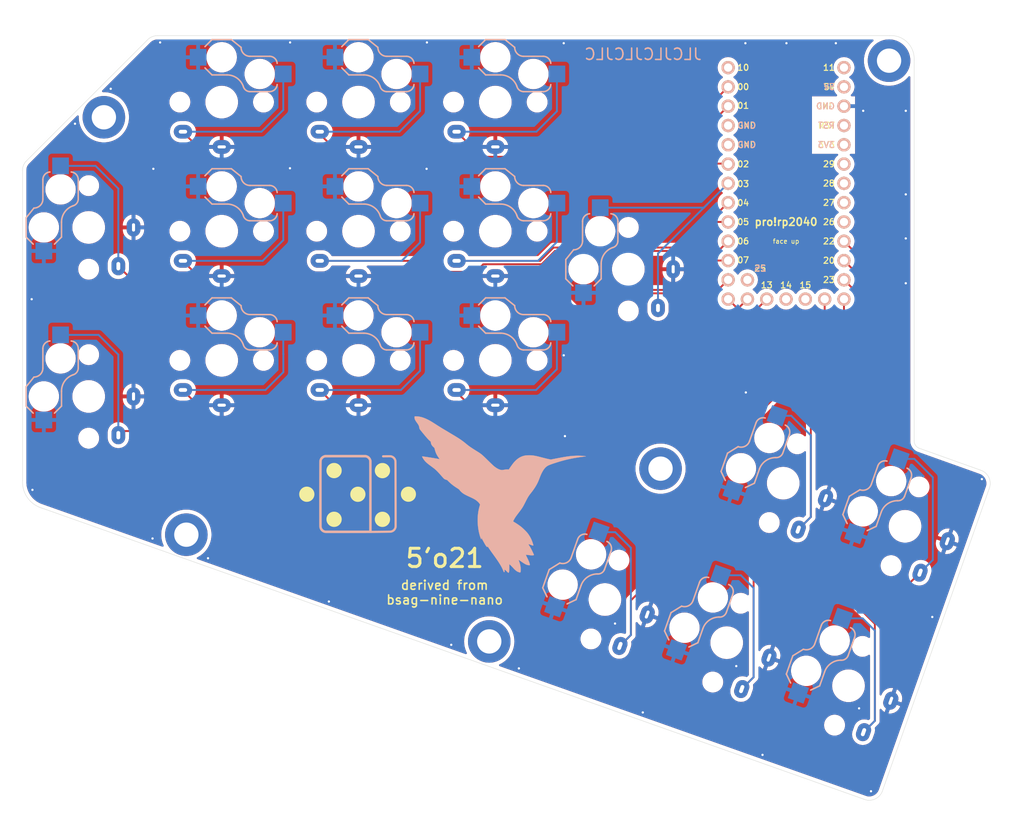
<source format=kicad_pcb>
(kicad_pcb (version 20211014) (generator pcbnew)
  (title_block (title "5o20 Nice RP2040") (date "2022-11-12") (rev "v1.17.0"))
  (layers (0 "F.Cu" signal) (31 "B.Cu" signal) (34 "B.Paste" user) (35 "F.Paste" user) (36 "B.SilkS" user "B.Silkscreen") (37 "F.SilkS" user "F.Silkscreen") (38 "B.Mask" user) (39 "F.Mask" user) (44 "Edge.Cuts" user))
  (net 0 "")
  (net 1 "GND")
  (net 2 "D14")
  (net 3 "D5")
  (net 4 "D6")
  (net 5 "D15")
  (net 6 "D21")
  (net 7 "D20")
  (net 8 "D19")
  (net 9 "D8")
  (net 10 "D7")
  (net 13 "D4")
  (net 14 "D9")
  (net 15 "D10")
  (net 16 "D11")
  (net 17 "D16")
  (net 18 "D17")
  (net 19 "D18")
  (net 20 "D12")
  (footprint "MountingHole:MountingHole_3.2mm_M3_DIN965_Pad" (layer "F.Cu") (at 89.367065 61.948849)
    (fp_text reference "REF**" hide)
    (fp_text value "MountingHole_3.2mm_M3_DIN965_Pad" hide)
  )
  (footprint "MountingHole:MountingHole_3.2mm_M3_DIN965_Pad" (layer "F.Cu") (at 140.067063 130.94885)
    (fp_text reference "REF**" hide)
    (fp_text value "MountingHole_3.2mm_M3_DIN965_Pad" hide)
  )
  (footprint "Matt1Library:Kailh_PG1350_bw_1u_both" (layer "F.Cu") (at 104.867062 59.948851 180)
    (fp_text reference "SW2")
    (fp_text value "SW_Push" hide)
  )
  (footprint "Matt1Library:Kailh_PG1350_bw_1u_both" (layer "F.Cu") (at 140.867063 59.948849 180)
    (fp_text reference "SW4")
    (fp_text value "SW_Push" hide)
  )
  (footprint "Matt1Library:Kailh_PG1350_bw_1.5u_both" (layer "F.Cu") (at 87.367063 98.698849 -90)
    (fp_text reference "SW8")
    (fp_text value "SW_Push" hide)
  )
  (footprint "Matt1Library:Kailh_PG1350_bw_1.5u_both" (layer "F.Cu") (at 171.309966 131.112964 -109.5)
    (fp_text reference "SW13")
    (fp_text value "SW_Push" hide)
  )
  (footprint "MountingHole:MountingHole_3.2mm_M3_DIN965_Pad" (layer "F.Cu") (at 162.605194 108.206177)
    (fp_text reference "REF**" hide)
    (fp_text value "MountingHole_3.2mm_M3_DIN965_Pad" hide)
  )
  (footprint "Matt1Library:Kailh_PG1350_bw_1u_both" (layer "F.Cu") (at 104.867062 93.948849 180)
    (fp_text reference "SW9")
    (fp_text value "SW_Push" hide)
  )
  (footprint "Matt1Library:Kailh_PG1350_bw_1u_both" (layer "F.Cu") (at 122.867064 76.948848 180)
    (fp_text reference "SW6")
    (fp_text value "SW_Push" hide)
  )
  (footprint "MountingHole:MountingHole_3.2mm_M3_DIN965_Pad" (layer "F.Cu") (at 100.217063 116.898849)
    (fp_text reference "REF**" hide)
    (fp_text value "MountingHole_3.2mm_M3_DIN965_Pad" hide)
  )
  (footprint "Matt1Library:Kailh_PG1350_bw_1u_both" (layer "F.Cu") (at 87.367063 76.448848 -90)
    (fp_text reference "SW1")
    (fp_text value "SW_Push" hide)
  )
  (footprint "MountingHole:MountingHole_3.2mm_M3_DIN965_Pad" (layer "F.Cu") (at 192.667063 54.498849)
    (fp_text reference "REF**" hide)
    (fp_text value "MountingHole_3.2mm_M3_DIN965_Pad" hide)
  )
  (footprint "Matt1Library:Kailh_PG1350_bw_1.5u_both" (layer "F.Cu") (at 158.367062 81.948848 -90)
    (fp_text reference "SW17")
    (fp_text value "SW_Push" hide)
  )
  (footprint "keeblib:OSHW-Symbol_6.7x6mm_mask" (layer "F.Cu") (at 189.5 96.95)
    (fp_text reference "REF**" hide)
    (fp_text value "OSHW-Symbol_6.7x6mm_mask" hide)
  )
  (footprint "Matt1Library:Kailh_PG1350_bw_1u_both" (layer "F.Cu") (at 140.867062 76.948848 180)
    (fp_text reference "SW7")
    (fp_text value "SW_Push" hide)
  )
  (footprint "footprints:nine-silk" (layer "F.Cu") (at 130.400109 111.710725)
    (fp_text reference "G***" hide)
    (fp_text value "LOGO" hide)
  )
  (footprint "Matt1Library:Kailh_PG1350_bw_1u_both" (layer "F.Cu") (at 140.867062 93.948849 180)
    (fp_text reference "SW11")
    (fp_text value "SW_Push" hide)
  )
  (footprint "Matt1Library:Kailh_PG1350_bw_1.5u_both" (layer "F.Cu") (at 187.334872 136.787681 -109.5)
    (fp_text reference "SW13")
    (fp_text value "SW_Push" hide)
  )
  (footprint "Matt1Library:Kailh_PG1350_bw_1u_both" (layer "F.Cu") (at 194.769249 115.793649 -109.5)
    (fp_text reference "SW15")
    (fp_text value "SW_Push" hide)
  )
  (footprint "Matt1Library:rp2040_pro_micro_2x13" (layer "F.Cu") (at 179.117062 70.648849)
    (fp_text reference "U1" hide)
    (fp_text value "nice_nano" hide)
  )
  (footprint "Matt1Library:Kailh_PG1350_bw_1u_both" (layer "F.Cu") (at 122.867061 93.948849 180)
    (fp_text reference "SW10")
    (fp_text value "SW_Push" hide)
  )
  (footprint "Matt1Library:Kailh_PG1350_bw_1u_both" (layer "F.Cu") (at 178.744343 110.118932 -109.5)
    (fp_text reference "SW15")
    (fp_text value "SW_Push" hide)
  )
  (footprint "Matt1Library:Kailh_PG1350_bw_1u_both" (layer "F.Cu") (at 122.867062 59.948849 180)
    (fp_text reference "SW3")
    (fp_text value "SW_Push" hide)
  )
  (footprint "Matt1Library:Kailh_PG1350_bw_1.5u_both" (layer "F.Cu") (at 155.285063 125.43825 -109.5)
    (fp_text reference "SW12")
    (fp_text value "SW_Push" hide)
  )
  (footprint "Matt1Library:Kailh_PG1350_bw_1u_both" (layer "F.Cu") (at 104.867064 76.948851 180)
    (fp_text reference "SW5")
    (fp_text value "SW_Push" hide)
  )
  (gr_poly (pts (xy 130.246469 101.373553) (xy 130.239651 101.414892) (xy 130.23582 101.455802) (xy 130.235119 101.496639) (xy 130.237675 101.537762) (xy 130.243636 101.579523) (xy 130.253137 101.622285) (xy 130.266307 101.666397) (xy 130.28329 101.712222) (xy 130.304222 101.760113) (xy 130.329235 101.810428) (xy 130.358475 101.863521) (xy 130.392072 101.919757) (xy 130.430167 101.97948) (xy 130.472891 102.043053) (xy 130.520386 102.110838) (xy 130.57279 102.183179) (xy 130.608495 102.232312) (xy 130.640996 102.278105) (xy 130.670465 102.320931) (xy 130.69709 102.361166) (xy 130.721044 102.399191) (xy 130.742516 102.43538) (xy 130.76168 102.470115) (xy 130.778723 102.503767) (xy 130.79382 102.536713) (xy 130.807159 102.56934) (xy 130.818913 102.602014) (xy 130.829268 102.635119) (xy 130.838402 102.669029) (xy 130.846503 102.704126) (xy 130.853738 102.740779) (xy 130.860302 102.779376) (xy 130.863109 102.796344) (xy 130.866209 102.813453) (xy 130.873174 102.847616) (xy 130.88092 102.880949) (xy 130.889184 102.912549) (xy 130.897698 102.9415) (xy 130.901963 102.954703) (xy 130.906192 102.966898) (xy 130.910346 102.977981) (xy 130.914392 102.98783) (xy 130.918303 102.996336) (xy 130.922039 103.003387) (xy 130.97145 103.072394) (xy 131.070618 103.199234) (xy 131.361908 103.558129) (xy 131.683296 103.943486) (xy 131.82008 104.103402) (xy 131.922163 104.218706) (xy 131.962371 104.262387) (xy 132.005369 104.307865) (xy 132.049814 104.353801) (xy 132.094362 104.398843) (xy 132.137671 104.441656) (xy 132.178396 104.480892) (xy 132.215193 104.515211) (xy 132.24672 104.543264) (xy 132.269795 104.562977) (xy 132.290185 104.580598) (xy 132.30806 104.596352) (xy 132.323585 104.610456) (xy 132.336931 104.623133) (xy 132.348263 104.634606) (xy 132.353228 104.639961) (xy 132.357751 104.645096) (xy 132.361854 104.650044) (xy 132.365561 104.654829) (xy 132.368891 104.659479) (xy 132.371862 104.664024) (xy 132.3745 104.668489) (xy 132.376825 104.672902) (xy 132.378854 104.677294) (xy 132.380609 104.681688) (xy 132.382117 104.686113) (xy 132.383393 104.690603) (xy 132.384459 104.695179) (xy 132.38534 104.69987) (xy 132.38605 104.704702) (xy 132.386613 104.709711) (xy 132.38739 104.720345) (xy 132.387832 104.732) (xy 132.3899 104.776363) (xy 132.394801 104.820188) (xy 132.402557 104.863503) (xy 132.413187 104.906348) (xy 132.426709 104.948761) (xy 132.443144 104.990773) (xy 132.462519 105.032428) (xy 132.484844 105.07375) (xy 132.510148 105.114789) (xy 132.53845 105.155573) (xy 132.569766 105.19614) (xy 132.604125 105.236526) (xy 132.641543 105.276767) (xy 132.68204 105.316901) (xy 132.725639 105.356961) (xy 132.772357 105.396984) (xy 132.796118 105.417742) (xy 132.806195 105.427289) (xy 132.815268 105.4367) (xy 132.823484 105.446286) (xy 132.830989 105.456362) (xy 132.83793 105.467237) (xy 132.844454 105.479226) (xy 132.850712 105.492642) (xy 132.856846 105.507798) (xy 132.863007 105.525003) (xy 132.869342 105.544573) (xy 132.883119 105.592056) (xy 132.899356 105.652751) (xy 132.924346 105.74591) (xy 132.949274 105.833396) (xy 132.974495 105.915941) (xy 133.000367 105.994282) (xy 133.027242 106.069151) (xy 133.055474 106.141277) (xy 133.085415 106.211402) (xy 133.117418 106.280253) (xy 133.151842 106.348567) (xy 133.189036 106.417076) (xy 133.22936 106.486519) (xy 133.273166 106.557623) (xy 133.320801 106.631126) (xy 133.372628 106.70776) (xy 133.490259 106.87336) (xy 133.499648 106.886596) (xy 133.507978 106.898556) (xy 133.515272 106.909286) (xy 133.52154 106.918834) (xy 133.524301 106.92318) (xy 133.526812 106.927245) (xy 133.529075 106.931038) (xy 133.531094 106.934565) (xy 133.532871 106.937829) (xy 133.53441 106.940841) (xy 133.535715 106.943601) (xy 133.536783 106.94612) (xy 133.537617 106.948399) (xy 133.538222 106.950447) (xy 133.538601 106.95227) (xy 133.538751 106.953871) (xy 133.538742 106.954592) (xy 133.538679 106.95526) (xy 133.538558 106.955873) (xy 133.538383 106.956436) (xy 133.538155 106.95695) (xy 133.537871 106.957416) (xy 133.53753 106.957826) (xy 133.537142 106.958193) (xy 133.536693 106.958509) (xy 133.536197 106.958779) (xy 133.535645 106.959004) (xy 133.53504 106.959181) (xy 133.533676 106.959404) (xy 133.5321 106.959454) (xy 133.530321 106.959335) (xy 133.52834 106.959054) (xy 133.526157 106.958615) (xy 133.523774 106.958028) (xy 133.369847 106.923897) (xy 133.089748 106.872505) (xy 132.328299 106.74614) (xy 131.593971 106.635317) (xy 131.347769 106.603359) (xy 131.274299 106.596326) (xy 131.241302 106.596428) (xy 131.239291 106.597547) (xy 131.237874 106.599556) (xy 131.23704 106.602426) (xy 131.236777 106.606133) (xy 131.237912 106.615933) (xy 131.241165 106.62873) (xy 131.246434 106.6443) (xy 131.253611 106.662411) (xy 131.262593 106.682834) (xy 131.273271 106.705349) (xy 131.299299 106.755731) (xy 131.330846 106.811734) (xy 131.367065 106.871542) (xy 131.407107 106.933331) (xy 131.442811 106.986375) (xy 131.479313 107.03786) (xy 131.516888 107.088048) (xy 131.555798 107.1372) (xy 131.59631 107.185575) (xy 131.63869 107.233438) (xy 131.683205 107.281047) (xy 131.730121 107.328662) (xy 131.7797 107.37655) (xy 131.832213 107.424964) (xy 131.887926 107.47417) (xy 131.947107 107.524429) (xy 132.010013 107.575996) (xy 132.076918 107.629142) (xy 132.223787 107.741193) (xy 132.700038 108.095734) (xy 132.813848 108.182653) (xy 132.922259 108.271159) (xy 133.028978 108.364834) (xy 133.137702 108.467253) (xy 133.252133 108.581992) (xy 133.375965 108.712629) (xy 133.512904 108.862733) (xy 133.666649 109.035889) (xy 133.811507 109.198333) (xy 133.940492 109.341924) (xy 134.039712 109.451115) (xy 134.073815 109.487957) (xy 134.095274 109.510375) (xy 134.111072 109.524578) (xy 134.128577 109.538692) (xy 134.147596 109.552618) (xy 134.167922 109.566264) (xy 134.189368 109.579544) (xy 134.211729 109.592354) (xy 134.234819 109.604607) (xy 134.258435 109.616208) (xy 134.282378 109.627063) (xy 134.30646 109.637086) (xy 134.330476 109.646175) (xy 134.354237 109.654242) (xy 134.377538 109.661193) (xy 134.400192 109.666931) (xy 134.422 109.671372) (xy 134.442761 109.674415) (xy 134.454024 109.676287) (xy 134.464825 109.678715) (xy 134.475405 109.681889) (xy 134.486004 109.685992) (xy 134.496856 109.691211) (xy 134.508215 109.697731) (xy 134.520304 109.705743) (xy 134.533377 109.715426) (xy 134.547673 109.72697) (xy 134.563424 109.74056) (xy 134.580877 109.756385) (xy 134.60027 109.774624) (xy 134.64584 109.81911) (xy 134.702054 109.875498) (xy 134.82798 109.998249) (xy 134.957734 110.116985) (xy 135.092323 110.232498) (xy 135.232763 110.345577) (xy 135.380065 110.456997) (xy 135.535242 110.567549) (xy 135.699305 110.678018) (xy 135.873276 110.789192) (xy 135.938529 110.830678) (xy 135.966824 110.849056) (xy 135.992502 110.866085) (xy 136.01576 110.881937) (xy 136.036798 110.896784) (xy 136.055824 110.91079) (xy 136.073036 110.924131) (xy 136.088633 110.936974) (xy 136.10282 110.94949) (xy 136.1158 110.961855) (xy 136.127771 110.974237) (xy 136.138936 110.986802) (xy 136.149496 110.999722) (xy 136.159649 111.013171) (xy 136.169607 111.027317) (xy 136.187667 111.052387) (xy 136.208578 111.079121) (xy 136.232052 111.107248) (xy 136.257803 111.136487) (xy 136.285535 111.166563) (xy 136.314965 111.1972) (xy 136.345795 111.22812) (xy 136.377746 111.25905) (xy 136.410523 111.289711) (xy 136.443835 111.319827) (xy 136.477398 111.349117) (xy 136.510922 111.377314) (xy 136.544107 111.404134) (xy 136.576679 111.429302) (xy 136.608341 111.452545) (xy 136.638802 111.473582) (xy 136.708398 111.519019) (xy 136.78118 111.56357) (xy 136.859502 111.608489) (xy 136.945717 111.655042) (xy 137.042188 111.704491) (xy 137.151268 111.758092) (xy 137.275311 111.81711) (xy 137.416677 111.882805) (xy 137.585394 111.960565) (xy 137.727923 112.027334) (xy 137.848495 112.085334) (xy 137.951353 112.136802) (xy 138.040737 112.183975) (xy 138.120882 112.229078) (xy 138.196024 112.274345) (xy 138.270399 112.322014) (xy 138.308859 112.347988) (xy 138.347985 112.376126) (xy 138.387489 112.406137) (xy 138.427082 112.43774) (xy 138.466479 112.470658) (xy 138.505391 112.504606) (xy 138.543536 112.539303) (xy 138.580622 112.574471) (xy 138.616364 112.609822) (xy 138.650478 112.645077) (xy 138.682675 112.679954) (xy 138.712664 112.714176) (xy 138.740165 112.747452) (xy 138.76489 112.77951) (xy 138.786549 112.810063) (xy 138.804855 112.838832) (xy 138.863068 112.937608) (xy 138.818968 113.076956) (xy 138.796046 113.152628) (xy 138.771535 113.240807) (xy 138.746322 113.337623) (xy 138.721293 113.439216) (xy 138.69734 113.54172) (xy 138.67535 113.641265) (xy 138.656212 113.733988) (xy 138.640815 113.816027) (xy 138.607649 114.030218) (xy 138.581535 114.248319) (xy 138.562402 114.469599) (xy 138.550194 114.69334) (xy 138.544853 114.918816) (xy 138.54631 115.145308) (xy 138.554507 115.372091) (xy 138.569379 115.598435) (xy 138.590865 115.823626) (xy 138.618905 116.046931) (xy 138.653435 116.267635) (xy 138.694393 116.485012) (xy 138.74172 116.698334) (xy 138.795348 116.906885) (xy 138.855221 117.109933) (xy 138.921275 117.306762) (xy 138.933408 117.340639) (xy 138.944112 117.370342) (xy 138.953515 117.396111) (xy 138.961761 117.418193) (xy 138.965491 117.427924) (xy 138.968981 117.43683) (xy 138.972252 117.444936) (xy 138.975318 117.452275) (xy 138.978195 117.458871) (xy 138.980903 117.464764) (xy 138.983459 117.469981) (xy 138.985875 117.474554) (xy 138.988174 117.478508) (xy 138.990373 117.481881) (xy 138.991438 117.483354) (xy 138.992488 117.484697) (xy 138.993519 117.485909) (xy 138.994534 117.486992) (xy 138.995537 117.487953) (xy 138.99653 117.488793) (xy 138.997513 117.489522) (xy 138.998491 117.490134) (xy 138.999467 117.490642) (xy 139.000437 117.491046) (xy 139.00141 117.49135) (xy 139.002386 117.491556) (xy 139.003363 117.491673) (xy 139.00435 117.491696) (xy 139.005346 117.491638) (xy 139.00635 117.491499) (xy 139.007369 117.491283) (xy 139.008404 117.490995) (xy 139.010529 117.490208) (xy 139.012733 117.48918) (xy 139.015045 117.487933) (xy 139.01748 117.4865) (xy 139.020052 117.484914) (xy 139.022865 117.482969) (xy 139.025352 117.480443) (xy 139.027528 117.477324) (xy 139.029396 117.473613) (xy 139.030959 117.469303) (xy 139.032237 117.464388) (xy 139.033227 117.458864) (xy 139.033941 117.452726) (xy 139.034386 117.445965) (xy 139.034571 117.438579) (xy 139.034505 117.430561) (xy 139.03419 117.421911) (xy 139.032857 117.402679) (xy 139.030635 117.380845) (xy 139.029104 117.370615) (xy 139.027819 117.361098) (xy 139.026776 117.352306) (xy 139.025977 117.344244) (xy 139.025413 117.336929) (xy 139.025085 117.330367) (xy 139.025009 117.327374) (xy 139.024988 117.32457) (xy 139.025027 117.321962) (xy 139.025123 117.31955) (xy 139.025274 117.317335) (xy 139.025484 117.315313) (xy 139.025747 117.313494) (xy 139.026069 117.311875) (xy 139.026446 117.310455) (xy 139.026877 117.309243) (xy 139.027363 117.308229) (xy 139.027906 117.307425) (xy 139.028501 117.306826) (xy 139.029149 117.306434) (xy 139.029497 117.306315) (xy 139.029853 117.30625) (xy 139.030612 117.30628) (xy 139.031419 117.306519) (xy 139.032283 117.306974) (xy 139.033196 117.307642) (xy 139.034163 117.308524) (xy 139.041801 117.319012) (xy 139.056238 117.34281) (xy 139.102293 117.424062) (xy 139.165874 117.539707) (xy 139.240539 117.67718) (xy 139.342105 117.864924) (xy 139.387918 117.948138) (xy 139.430624 118.024558) (xy 139.470363 118.094397) (xy 139.507282 118.157893) (xy 139.54153 118.215272) (xy 139.57325 118.26676) (xy 139.602598 118.312582) (xy 139.629713 118.35297) (xy 139.654746 118.388146) (xy 139.677844 118.418343) (xy 139.699154 118.443783) (xy 139.718824 118.4647) (xy 139.737 118.481315) (xy 139.745576 118.488083) (xy 139.753829 118.493861) (xy 139.761038 118.498198) (xy 139.76751 118.501955) (xy 139.773336 118.505121) (xy 139.776035 118.506482) (xy 139.778606 118.507694) (xy 139.781063 118.508754) (xy 139.783411 118.509667) (xy 139.78567 118.510427) (xy 139.787843 118.511036) (xy 139.789945 118.511493) (xy 139.79199 118.511793) (xy 139.793985 118.511944) (xy 139.79594 118.511939) (xy 139.797877 118.511777) (xy 139.799792 118.511463) (xy 139.801705 118.510989) (xy 139.803629 118.510361) (xy 139.80557 118.509575) (xy 139.807543 118.508629) (xy 139.809557 118.507525) (xy 139.811623 118.50626) (xy 139.813758 118.504837) (xy 139.815965 118.503252) (xy 139.820653 118.499597) (xy 139.825784 118.495294) (xy 139.83144 118.49033) (xy 139.835072 118.487107) (xy 139.838681 118.484059) (xy 139.842238 118.481198) (xy 139.845718 118.478536) (xy 139.849094 118.476076) (xy 139.852338 118.473836) (xy 139.85543 118.471822) (xy 139.85834 118.470047) (xy 139.861043 118.468518) (xy 139.863513 118.467252) (xy 139.865727 118.46625) (xy 139.867656 118.465526) (xy 139.868505 118.465273) (xy 139.869273 118.465095) (xy 139.869958 118.464991) (xy 139.870558 118.464961) (xy 139.871064 118.465013) (xy 139.871476 118.465142) (xy 139.871794 118.465349) (xy 139.872009 118.465636) (xy 139.890393 118.491764) (xy 139.93573 118.55824) (xy 140.080147 118.772555) (xy 140.186919 118.927583) (xy 140.328416 119.129082) (xy 140.486447 119.350748) (xy 140.64283 119.566303) (xy 140.899732 119.923747) (xy 141.123463 120.245374) (xy 141.317053 120.536198) (xy 141.403493 120.671632) (xy 141.483544 120.801244) (xy 141.557577 120.925675) (xy 141.625972 121.045541) (xy 141.689117 121.161475) (xy 141.747383 121.274108) (xy 141.801153 121.38406) (xy 141.850807 121.491962) (xy 141.896728 121.598445) (xy 141.939288 121.704136) (xy 141.945761 121.720988) (xy 141.951961 121.736511) (xy 141.957909 121.750734) (xy 141.963624 121.763695) (xy 141.969117 121.775426) (xy 141.974417 121.785963) (xy 141.976998 121.790791) (xy 141.979533 121.795332) (xy 141.982031 121.799593) (xy 141.984486 121.803577) (xy 141.98691 121.807285) (xy 141.989297 121.810724) (xy 141.991651 121.813895) (xy 141.993976 121.816809) (xy 141.996278 121.819464) (xy 141.998552 121.821864) (xy 142.000805 121.824019) (xy 142.003034 121.825925) (xy 142.005248 121.827596) (xy 142.007445 121.82903) (xy 142.009631 121.830228) (xy 142.011801 121.831203) (xy 142.013967 121.831954) (xy 142.016123 121.832482) (xy 142.018276 121.832797) (xy 142.020426 121.832903) (xy 142.025133 121.832723) (xy 142.029664 121.832198) (xy 142.034017 121.831322) (xy 142.038193 121.830096) (xy 142.042187 121.82852) (xy 142.046 121.8266) (xy 142.049635 121.824329) (xy 142.053086 121.821709) (xy 142.056353 121.818748) (xy 142.059433 121.815439) (xy 142.062333 121.811783) (xy 142.065043 121.807785) (xy 142.069903 121.798757) (xy 142.074006 121.788362) (xy 142.077343 121.7766) (xy 142.079906 121.76348) (xy 142.081688 121.749006) (xy 142.082686 121.733186) (xy 142.082885 121.716019) (xy 142.082284 121.697514) (xy 142.080868 121.677676) (xy 142.078633 121.65651) (xy 142.075134 121.619725) (xy 142.073383 121.588102) (xy 142.073583 121.561685) (xy 142.074488 121.550439) (xy 142.07596 121.54051) (xy 142.078033 121.5319) (xy 142.080726 121.524614) (xy 142.084071 121.518657) (xy 142.088091 121.514039) (xy 142.092817 121.510762) (xy 142.098273 121.508824) (xy 142.104487 121.508237) (xy 142.111485 121.509007) (xy 142.119297 121.511134) (xy 142.127944 121.514625) (xy 142.137458 121.519485) (xy 142.147863 121.525717) (xy 142.171456 121.542325) (xy 142.198935 121.564488) (xy 142.230521 121.592237) (xy 142.266424 121.625619) (xy 142.306857 121.664669) (xy 142.352036 121.709428) (xy 142.386871 121.744295) (xy 142.418718 121.775537) (xy 142.447726 121.803246) (xy 142.461215 121.81581) (xy 142.47405 121.827524) (xy 142.486253 121.838407) (xy 142.49784 121.848466) (xy 142.508835 121.857713) (xy 142.519252 121.866164) (xy 142.529113 121.873825) (xy 142.538435 121.880711) (xy 142.547242 121.886836) (xy 142.555546 121.892211) (xy 142.563368 121.896847) (xy 142.570732 121.900756) (xy 142.577653 121.903944) (xy 142.584149 121.906438) (xy 142.590242 121.908233) (xy 142.595949 121.909353) (xy 142.601292 121.909807) (xy 142.606285 121.909601) (xy 142.610951 121.908757) (xy 142.615306 121.907278) (xy 142.619374 121.905181) (xy 142.623169 121.902475) (xy 142.626713 121.899173) (xy 142.630024 121.89529) (xy 142.633119 121.890833) (xy 142.636021 121.885817) (xy 142.644084 121.868123) (xy 142.651716 121.846217) (xy 142.658907 121.820222) (xy 142.665653 121.790265) (xy 142.677728 121.718974) (xy 142.687837 121.633362) (xy 142.695882 121.534435) (xy 142.701757 121.423207) (xy 142.705356 121.300698) (xy 142.706581 121.167913) (xy 142.70658 120.790442) (xy 142.780662 120.841596) (xy 142.796949 120.853872) (xy 142.816528 120.870018) (xy 142.864501 120.912867) (xy 142.922482 120.968037) (xy 142.988357 121.033418) (xy 143.060024 121.1069) (xy 143.13537 121.18638) (xy 143.212284 121.269746) (xy 143.288661 121.354888) (xy 143.313502 121.382459) (xy 143.339625 121.410191) (xy 143.366872 121.437947) (xy 143.395075 121.465597) (xy 143.424074 121.49301) (xy 143.453707 121.520054) (xy 143.483808 121.546595) (xy 143.514219 121.572507) (xy 143.544776 121.597653) (xy 143.57531 121.621899) (xy 143.605665 121.645118) (xy 143.63568 121.667176) (xy 143.665187 121.687945) (xy 143.694024 121.707292) (xy 143.722028 121.725079) (xy 143.749037 121.74118) (xy 143.770445 121.752779) (xy 143.793456 121.764361) (xy 143.817774 121.775825) (xy 143.843102 121.787067) (xy 143.869142 121.797991) (xy 143.895601 121.808493) (xy 143.922178 121.818473) (xy 143.948579 121.82783) (xy 143.974501 121.836465) (xy 143.99965 121.844274) (xy 144.023731 121.851158) (xy 144.046446 121.857016) (xy 144.067496 121.861746) (xy 144.086585 121.865254) (xy 144.103416 121.86743) (xy 144.11769 121.868181) (xy 144.12895 121.86783) (xy 144.138977 121.866542) (xy 144.147863 121.863958) (xy 144.155696 121.859717) (xy 144.16257 121.853462) (xy 144.168572 121.84483) (xy 144.173792 121.833468) (xy 144.178324 121.81901) (xy 144.182258 121.8011) (xy 144.185679 121.77938) (xy 144.188682 121.753491) (xy 144.191361 121.72307) (xy 144.196091 121.647204) (xy 144.200594 121.548913) (xy 144.20271 121.478323) (xy 144.203052 121.409153) (xy 144.201547 121.341021) (xy 144.198112 121.273528) (xy 144.192674 121.206282) (xy 144.185153 121.138894) (xy 144.175471 121.070968) (xy 144.163552 121.00211) (xy 144.149319 120.93193) (xy 144.132693 120.860035) (xy 144.113595 120.786027) (xy 144.091948 120.709523) (xy 144.040708 120.547441) (xy 143.978344 120.370637) (xy 143.967538 120.340309) (xy 143.957729 120.311904) (xy 143.949071 120.286023) (xy 143.94174 120.26326) (xy 143.935899 120.24422) (xy 143.931712 120.229498) (xy 143.930288 120.223945) (xy 143.92934 120.219697) (xy 143.928888 120.216828) (xy 143.928855 120.215933) (xy 143.928955 120.215415) (xy 143.933059 120.215293) (xy 143.941286 120.218162) (xy 143.969414 120.23242) (xy 144.011926 120.257304) (xy 144.067421 120.291922) (xy 144.13449 120.33539) (xy 144.211728 120.386814) (xy 144.297732 120.445311) (xy 144.391092 120.509986) (xy 144.468134 120.563085) (xy 144.54133 120.61199) (xy 144.610937 120.656806) (xy 144.677203 120.697647) (xy 144.740377 120.734605) (xy 144.800714 120.767797) (xy 144.858459 120.797326) (xy 144.913863 120.823295) (xy 144.967187 120.845811) (xy 145.018668 120.864985) (xy 145.068567 120.880913) (xy 145.117127 120.89371) (xy 145.164603 120.903479) (xy 145.211243 120.910327) (xy 145.257301 120.914358) (xy 145.303024 120.915679) (xy 145.322119 120.915631) (xy 145.33913 120.915472) (xy 145.354152 120.915168) (xy 145.360954 120.914947) (xy 145.367296 120.914685) (xy 145.373196 120.914368) (xy 145.37866 120.913998) (xy 145.383711 120.913568) (xy 145.38835 120.913074) (xy 145.392601 120.912511) (xy 145.396472 120.91188) (xy 145.399976 120.911171) (xy 145.403124 120.910386) (xy 145.405932 120.909517) (xy 145.408413 120.908561) (xy 145.410577 120.907516) (xy 145.412439 120.906378) (xy 145.414014 120.905136) (xy 145.414696 120.904479) (xy 145.41531 120.903796) (xy 145.415858 120.903088) (xy 145.416343 120.902354) (xy 145.416766 120.901588) (xy 145.417126 120.900797) (xy 145.417429 120.899974) (xy 145.417671 120.899125) (xy 145.41799 120.897341) (xy 145.418099 120.895428) (xy 145.418006 120.893396) (xy 145.417733 120.89123) (xy 145.417281 120.888935) (xy 145.416671 120.886501) (xy 145.415914 120.883927) (xy 145.404228 120.831893) (xy 145.385926 120.748107) (xy 145.370518 120.679945) (xy 145.350292 120.607933) (xy 145.324567 120.530386) (xy 145.292663 120.4456) (xy 145.253895 120.351887) (xy 145.207581 120.24755) (xy 145.153043 120.13089) (xy 145.089594 120.000221) (xy 145.020855 119.859934) (xy 144.96171 119.736517) (xy 144.918443 119.643529) (xy 144.904725 119.612682) (xy 144.89733 119.594527) (xy 144.893944 119.585191) (xy 144.891095 119.576983) (xy 144.888811 119.569829) (xy 144.887131 119.563659) (xy 144.886529 119.560917) (xy 144.886095 119.558395) (xy 144.885827 119.556083) (xy 144.885734 119.553969) (xy 144.885818 119.552046) (xy 144.886086 119.55031) (xy 144.886541 119.548743) (xy 144.887188 119.547342) (xy 144.888031 119.546094) (xy 144.889074 119.544992) (xy 144.890324 119.54403) (xy 144.891782 119.543193) (xy 144.893458 119.542476) (xy 144.895348 119.541869) (xy 144.897467 119.541362) (xy 144.89981 119.540946) (xy 144.902388 119.540615) (xy 144.9052 119.540355) (xy 144.911562 119.540023) (xy 144.918918 119.539877) (xy 144.927314 119.539843) (xy 144.941116 119.540407) (xy 144.961986 119.542022) (xy 145.020803 119.548002) (xy 145.095489 119.55696) (xy 145.177789 119.568068) (xy 145.299293 119.583699) (xy 145.406679 119.596234) (xy 145.501207 119.605709) (xy 145.584143 119.612166) (xy 145.621657 119.614273) (xy 145.65674 119.615644) (xy 145.689561 119.616282) (xy 145.720266 119.61619) (xy 145.74902 119.615373) (xy 145.775977 119.613839) (xy 145.801295 119.611594) (xy 145.825133 119.608636) (xy 145.848526 119.605261) (xy 145.870724 119.601801) (xy 145.891179 119.598343) (xy 145.909363 119.594968) (xy 145.924733 119.591757) (xy 145.931197 119.590238) (xy 145.936756 119.588792) (xy 145.941345 119.58743) (xy 145.944894 119.586163) (xy 145.947337 119.584995) (xy 145.948123 119.584453) (xy 145.948607 119.583944) (xy 145.950113 119.581242) (xy 145.950568 119.576877) (xy 145.949829 119.570511) (xy 145.947751 119.561811) (xy 145.939028 119.536038) (xy 145.923251 119.496848) (xy 145.899289 119.441539) (xy 145.866007 119.367396) (xy 145.766926 119.151788) (xy 145.708421 119.028716) (xy 145.64847 118.907685) (xy 145.587775 118.789919) (xy 145.527037 118.676642) (xy 145.466962 118.569072) (xy 145.408251 118.46842) (xy 145.351605 118.375918) (xy 145.29773 118.292777) (xy 145.288413 118.279081) (xy 145.279657 118.265812) (xy 145.271482 118.253023) (xy 145.263914 118.240766) (xy 145.25698 118.229102) (xy 145.250696 118.218082) (xy 145.245092 118.20776) (xy 145.240186 118.198186) (xy 145.236004 118.18942) (xy 145.23257 118.181517) (xy 145.229903 118.174524) (xy 145.228029 118.168502) (xy 145.2274 118.165874) (xy 145.226974 118.163505) (xy 145.226763 118.161407) (xy 145.226762 118.159585) (xy 145.226973 118.158044) (xy 145.227409 118.156795) (xy 145.228062 118.155842) (xy 145.228942 118.155189) (xy 145.234983 118.152382) (xy 145.242547 118.150579) (xy 145.251667 118.149792) (xy 145.262372 118.150038) (xy 145.274702 118.151328) (xy 145.288689 118.153673) (xy 145.304366 118.157091) (xy 145.321765 118.161588) (xy 145.361871 118.173882) (xy 145.40927 118.190667) (xy 145.464236 118.212034) (xy 145.527036 118.238094) (xy 145.562413 118.252428) (xy 145.599053 118.266126) (xy 145.635899 118.278868) (xy 145.671898 118.290349) (xy 145.705993 118.300263) (xy 145.737131 118.308294) (xy 145.764264 118.314134) (xy 145.775992 118.316133) (xy 145.786327 118.31747) (xy 145.879815 118.328055) (xy 145.844538 118.197526) (xy 145.813814 118.088577) (xy 145.781143 117.981926) (xy 145.746487 117.877487) (xy 145.709791 117.775156) (xy 145.671024 117.674843) (xy 145.630133 117.576446) (xy 145.587076 117.479875) (xy 145.541811 117.385035) (xy 145.494292 117.291825) (xy 145.444476 117.200154) (xy 145.392318 117.109924) (xy 145.337776 117.021039) (xy 145.28081 116.933407) (xy 145.221364 116.846925) (xy 145.159403 116.761507) (xy 145.094884 116.677054) (xy 145.063225 116.638675) (xy 145.024412 116.594247) (xy 144.928968 116.490854) (xy 144.815833 116.374064) (xy 144.692276 116.251074) (xy 144.565581 116.129076) (xy 144.443018 116.015264) (xy 144.331863 115.916833) (xy 144.282842 115.875631) (xy 144.239398 115.84097) (xy 144.150778 115.773574) (xy 144.05 115.7) (xy 143.940625 115.622659) (xy 143.82621 115.543974) (xy 143.710302 115.466369) (xy 143.596461 115.392252) (xy 143.488244 115.324048) (xy 143.389203 115.264177) (xy 143.371877 115.253586) (xy 143.355011 115.24302) (xy 143.338699 115.232543) (xy 143.323033 115.222232) (xy 143.308096 115.212147) (xy 143.293983 115.202355) (xy 143.280787 115.192924) (xy 143.268597 115.183923) (xy 143.257502 115.175418) (xy 143.247593 115.167475) (xy 143.238961 115.160164) (xy 143.231694 115.15355) (xy 143.225887 115.147702) (xy 143.223557 115.145085) (xy 143.221624 115.142684) (xy 143.220104 115.140508) (xy 143.219001 115.138567) (xy 143.218335 115.136866) (xy 143.218106 115.135414) (xy 143.220079 115.124) (xy 143.225783 115.106695) (xy 143.247103 115.056785) (xy 143.279501 114.990464) (xy 143.320411 114.912504) (xy 143.36728 114.827682) (xy 143.417538 114.740773) (xy 143.46862 114.65655) (xy 143.517969 114.579789) (xy 143.548202 114.5356) (xy 143.587534 114.479938) (xy 143.68686 114.343209) (xy 143.802726 114.187627) (xy 143.921899 114.031219) (xy 144.087259 113.81518) (xy 144.221181 113.63575) (xy 144.332076 113.479597) (xy 144.381517 113.406078) (xy 144.428357 113.33338) (xy 144.473646 113.259838) (xy 144.518436 113.183779) (xy 144.610723 113.017453) (xy 144.713641 112.821072) (xy 144.835593 112.581305) (xy 144.947627 112.359772) (xy 145.042962 112.176934) (xy 145.086223 112.097027) (xy 145.127545 112.023199) (xy 145.167665 111.954247) (xy 145.207332 111.888977) (xy 145.247291 111.826188) (xy 145.288279 111.76468) (xy 145.331047 111.703254) (xy 145.376336 111.640711) (xy 145.477457 111.507482) (xy 145.597594 111.355402) (xy 145.759623 111.145939) (xy 145.910902 110.937112) (xy 146.051268 110.729238) (xy 146.117308 110.625755) (xy 146.18056 110.522626) (xy 146.240996 110.419887) (xy 146.2986 110.317586) (xy 146.353355 110.21575) (xy 146.405233 110.114423) (xy 146.45422 110.013645) (xy 146.50029 109.913453) (xy 146.543425 109.813888) (xy 146.583607 109.714986) (xy 146.765287 109.247556) (xy 146.814566 109.125431) (xy 146.864513 109.00843) (xy 146.915129 108.896545) (xy 146.966426 108.78977) (xy 147.018403 108.688099) (xy 147.071069 108.591531) (xy 147.124423 108.500059) (xy 147.178481 108.413675) (xy 147.233235 108.332378) (xy 147.2887 108.25616) (xy 147.344879 108.185015) (xy 147.401777 108.11894) (xy 147.459396 108.057932) (xy 147.517745 108.001981) (xy 147.576828 107.951083) (xy 147.636649 107.905236) (xy 147.719068 107.850761) (xy 147.80984 107.799179) (xy 147.916321 107.747601) (xy 148.045871 107.693126) (xy 148.205849 107.632864) (xy 148.403609 107.56392) (xy 148.646517 107.483403) (xy 148.941925 107.388414) (xy 149.385779 107.252186) (xy 149.816816 107.130694) (xy 150.243551 107.022144) (xy 150.674505 106.924733) (xy 151.118193 106.836666) (xy 151.583128 106.756145) (xy 152.07783 106.681367) (xy 152.610814 106.610542) (xy 152.64261 106.606507) (xy 152.672691 106.60241) (xy 152.700328 106.598354) (xy 152.724806 106.594443) (xy 152.745399 106.590783) (xy 152.76138 106.587474) (xy 152.767418 106.58598) (xy 152.77203 106.584613) (xy 152.775128 106.583392) (xy 152.776082 106.582834) (xy 152.77662 106.582317) (xy 152.776931 106.581986) (xy 152.7772 106.581658) (xy 152.777426 106.581327) (xy 152.777614 106.581003) (xy 152.777757 106.580679) (xy 152.777862 106.580358) (xy 152.777922 106.580039) (xy 152.777942 106.579727) (xy 152.777924 106.579422) (xy 152.777861 106.579117) (xy 152.777759 106.578823) (xy 152.777613 106.578535) (xy 152.777428 106.578257) (xy 152.7772 106.577985) (xy 152.776931 106.57772) (xy 152.776622 106.577468) (xy 152.776268 106.577225) (xy 152.775877 106.576995) (xy 152.775443 106.576774) (xy 152.774968 106.576565) (xy 152.773891 106.576187) (xy 152.772653 106.575871) (xy 152.771245 106.57561) (xy 152.769673 106.575423) (xy 152.767939 106.575303) (xy 152.766034 106.575264) (xy 152.744401 106.573113) (xy 152.697467 106.567325) (xy 152.556135 106.548805) (xy 152.431273 106.533024) (xy 152.294113 106.520115) (xy 152.14757 106.51014) (xy 151.994557 106.503162) (xy 151.837986 106.499245) (xy 151.680777 106.49845) (xy 151.525843 106.500837) (xy 151.376092 106.50647) (xy 151.116164 106.521952) (xy 150.855387 106.544341) (xy 150.582498 106.575242) (xy 150.28623 106.616271) (xy 149.95532 106.669045) (xy 149.578497 106.73517) (xy 148.642067 106.913929) (xy 148.183454 107.003886) (xy 147.998247 106.973901) (xy 147.841728 106.942702) (xy 147.592772 106.884385) (xy 147.209209 106.788362) (xy 146.648871 106.644052) (xy 146.532422 106.61441) (xy 146.415459 106.58648) (xy 146.29928 106.560493) (xy 146.18519 106.536677) (xy 146.074489 106.515259) (xy 145.968478 106.496469) (xy 145.868466 106.480526) (xy 145.775746 106.467666) (xy 145.673317 106.45748) (xy 145.552947 106.450686) (xy 145.421164 106.447201) (xy 145.284504 106.446938) (xy 145.149497 106.449817) (xy 145.022676 106.455758) (xy 144.910574 106.464673) (xy 144.86208 106.470224) (xy 144.819719 106.476484) (xy 144.705673 106.498186) (xy 144.594285 106.524984) (xy 144.485397 106.556981) (xy 144.378856 106.594281) (xy 144.274505 106.636971) (xy 144.172192 106.685155) (xy 144.07176 106.73893) (xy 143.973052 106.798393) (xy 143.875915 106.863648) (xy 143.780196 106.934784) (xy 143.685736 107.011907) (xy 143.592381 107.095113) (xy 143.499978 107.184499) (xy 143.40837 107.280164) (xy 143.317406 107.382204) (xy 143.226927 107.490721) (xy 143.164172 107.571794) (xy 143.088048 107.673642) (xy 142.917587 107.908985) (xy 142.834202 108.027137) (xy 142.759358 108.135393) (xy 142.698529 108.22608) (xy 142.657193 108.291529) (xy 142.653556 108.297252) (xy 142.649918 108.302523) (xy 142.646287 108.30734) (xy 142.642666 108.3117) (xy 142.640859 108.313712) (xy 142.639054 108.315607) (xy 142.637251 108.317389) (xy 142.635455 108.319061) (xy 142.633662 108.320614) (xy 142.631872 108.322057) (xy 142.630085 108.323384) (xy 142.628307 108.324598) (xy 142.626533 108.3257) (xy 142.624762 108.326686) (xy 142.622997 108.327562) (xy 142.621241 108.328319) (xy 142.619489 108.328967) (xy 142.617743 108.329499) (xy 142.616009 108.329918) (xy 142.614277 108.330222) (xy 142.612558 108.330413) (xy 142.610842 108.33049) (xy 142.609136 108.330455) (xy 142.60744 108.330306) (xy 142.605751 108.33004) (xy 142.604072 108.329664) (xy 142.602405 108.329173) (xy 142.600747 108.328567) (xy 142.583905 108.322758) (xy 142.564485 108.3179) (xy 142.542522 108.313983) (xy 142.518035 108.311009) (xy 142.491062 108.308981) (xy 142.461623 108.307887) (xy 142.395472 108.308505) (xy 142.319815 108.312841) (xy 142.234877 108.320878) (xy 142.140884 108.332597) (xy 142.038064 108.347971) (xy 141.941278 108.364221) (xy 141.901261 108.370694) (xy 141.86603 108.37611) (xy 141.834998 108.380502) (xy 141.807568 108.383905) (xy 141.783146 108.386354) (xy 141.761136 108.387879) (xy 141.740945 108.388513) (xy 141.721978 108.388297) (xy 141.70364 108.387254) (xy 141.685342 108.385425) (xy 141.666484 108.382845) (xy 141.646476 108.379539) (xy 141.600621 108.370902) (xy 141.550522 108.359854) (xy 141.500046 108.346528) (xy 141.449107 108.330869) (xy 141.397609 108.312832) (xy 141.345472 108.292364) (xy 141.292608 108.269421) (xy 141.238928 108.243949) (xy 141.184341 108.215902) (xy 141.128767 108.185226) (xy 141.072107 108.151879) (xy 141.014285 108.115809) (xy 140.955202 108.076964) (xy 140.89478 108.035303) (xy 140.832924 107.990767) (xy 140.769549 107.943312) (xy 140.704564 107.892887) (xy 140.658582 107.853493) (xy 140.589031 107.790388) (xy 140.392799 107.606036) (xy 140.142988 107.365788) (xy 139.866721 107.095612) (xy 139.609497 106.842288) (xy 139.402374 106.641985) (xy 139.313107 106.55803) (xy 139.230974 106.482903) (xy 139.154171 106.415128) (xy 139.080905 106.353234) (xy 139.009375 106.295741) (xy 138.937783 106.241174) (xy 138.864331 106.18806) (xy 138.787219 106.134928) (xy 138.704649 106.080289) (xy 138.614828 106.022679) (xy 138.406221 105.892636) (xy 138.192521 105.759489) (xy 138.001351 105.638389) (xy 137.830935 105.528163) (xy 137.679497 105.427633) (xy 137.545255 105.335617) (xy 137.426433 105.250941) (xy 137.321252 105.172423) (xy 137.227941 105.098887) (xy 137.007015 104.920293) (xy 136.778151 104.733762) (xy 136.723556 104.691053) (xy 136.659222 104.642122) (xy 136.510697 104.532459) (xy 136.351261 104.418495) (xy 136.273287 104.36419) (xy 136.199595 104.313957) (xy 135.946668 104.15041) (xy 135.574515 103.921053) (xy 134.045888 103.006916) (xy 133.846787 102.886307) (xy 133.610643 102.740569) (xy 133.36723 102.588211) (xy 133.146303 102.447761) (xy 132.921679 102.303866) (xy 132.729776 102.182271) (xy 132.565284 102.079816) (xy 132.422887 101.993341) (xy 132.297274 101.919681) (xy 132.183138 101.855676) (xy 132.075155 101.79816) (xy 131.968023 101.743973) (xy 131.793337 101.66034) (xy 131.708262 101.622225) (xy 131.624562 101.586545) (xy 131.542119 101.553262) (xy 131.460831 101.52234) (xy 131.380584 101.493759) (xy 131.301275 101.467482) (xy 131.222792 101.443476) (xy 131.145023 101.421716) (xy 131.06787 101.402167) (xy 130.991217 101.384802) (xy 130.914957 101.369581) (xy 130.838977 101.356481) (xy 130.763174 101.345469) (xy 130.68744 101.336513) (xy 130.626807 101.331304) (xy 130.554267 101.32659) (xy 130.479083 101.32287) (xy 130.410513 101.320639) (xy 130.25705 101.318876)) (layer "B.SilkS") (width 0.025) (fill solid))
  (gr_arc (start 196.575 105.5) (mid 196.120015 105.091811) (end 195.967063 104.5) (layer "Edge.Cuts") (width 0.05))
  (gr_line locked (start 79.117062 67.748849) (end 95.017062 51.848849) (layer "Edge.Cuts") (width 0.05))
  (gr_line locked (start 78.667063 109.773849) (end 78.667062 68.998849) (layer "Edge.Cuts") (width 0.05))
  (gr_line locked (start 96.467064 51.19885) (end 192.767062 51.198848) (layer "Edge.Cuts") (width 0.05))
  (gr_arc locked (start 191.766969 150.723565) (mid 190.735295 151.733515) (end 189.291968 151.698565) (layer "Edge.Cuts") (width 0.05))
  (gr_line locked (start 189.291968 151.698565) (end 81.217061 113.39885) (layer "Edge.Cuts") (width 0.05))
  (gr_arc locked (start 78.667062 68.998849) (mid 78.76606 68.328491) (end 79.117062 67.748849) (layer "Edge.Cuts") (width 0.05))
  (gr_arc locked (start 81.217061 113.39885) (mid 79.313152 112.028743) (end 78.667063 109.773849) (layer "Edge.Cuts") (width 0.05))
  (gr_line locked (start 195.967064 54.39885) (end 195.967063 104.5) (layer "Edge.Cuts") (width 0.05))
  (gr_line (start 196.575 105.5) (end 204.75031 108.418321) (layer "Edge.Cuts") (width 0.05))
  (gr_line (start 205.815324 110.911649) (end 191.766969 150.723565) (layer "Edge.Cuts") (width 0.05))
  (gr_arc locked (start 192.767062 51.198848) (mid 195.080546 52.085362) (end 195.967064 54.39885) (layer "Edge.Cuts") (width 0.05))
  (gr_arc locked (start 204.75031 108.418321) (mid 205.830217 109.43117) (end 205.815324 110.911649) (layer "Edge.Cuts") (width 0.05))
  (gr_arc locked (start 95.017062 51.848849) (mid 95.670457 51.364127) (end 96.467064 51.19885) (layer "Edge.Cuts") (width 0.05))
  (gr_text "JLCJLCJLCJLC" (at 160.3 53.65) (layer "B.SilkS") (effects (font (size 1.5 1.5) (thickness 0.2)) (justify mirror)))
  (gr_text "5'o21" (at 134.2 120) (layer "F.SilkS") (effects (font (size 2.4 2.4) (thickness 0.4))))
  (gr_text "derived from\nbsag-nine-nano" (at 134.2 124.510725) (layer "F.SilkS") (effects (font (size 1.2 1.2) (thickness 0.2))))
  (segment (start 189.267064 61.098849) (end 194.867063 61.098849) (width 0.5) (layer "F.Cu") (net 1))
  (via locked (at 131.867062 52.09885) (size 0.7) (drill 0.3) (layers "F.Cu" "B.Cu") (net 1))
  (via locked (at 194.867063 77.898849) (size 0.7) (drill 0.3) (layers "F.Cu" "B.Cu") (net 1))
  (via locked (at 118.967062 125.698849) (size 0.7) (drill 0.3) (layers "F.Cu" "B.Cu") (net 1))
  (via locked (at 185.667063 52.198849) (size 0.7) (drill 0.3) (layers "F.Cu" "B.Cu") (net 1))
  (via (at 149.867062 93.285725) (size 0.7) (drill 0.3) (layers "F.Cu" "B.Cu") (net 1))
  (via locked (at 194.867062 72.09885) (size 0.7) (drill 0.3) (layers "F.Cu" "B.Cu") (net 1))
  (via locked (at 173.767063 52.198848) (size 0.7) (drill 0.3) (layers "F.Cu" "B.Cu") (net 1))
  (via locked (at 135.067063 131.398851) (size 0.7) (drill 0.3) (layers "F.Cu" "B.Cu") (net 1))
  (via locked (at 90.267062 58.198848) (size 0.7) (drill 0.3) (layers "F.Cu" "B.Cu") (net 1))
  (via locked (at 95.767064 117.398849) (size 0.7) (drill 0.3) (layers "F.Cu" "B.Cu") (net 1))
  (via locked (at 189.267064 61.098849) (size 0.7) (drill 0.3) (layers "F.Cu" "B.Cu") (net 1))
  (via locked (at 79.967061 110.998851) (size 0.7) (drill 0.3) (layers "F.Cu" "B.Cu") (net 1))
  (via locked (at 143.967063 134.498849) (size 0.7) (drill 0.3) (layers "F.Cu" "B.Cu") (net 1))
  (via locked (at 204.880194 109.581176) (size 0.7) (drill 0.3) (layers "F.Cu" "B.Cu") (net 1))
  (via locked (at 160.267063 140.298849) (size 0.7) (drill 0.3) (layers "F.Cu" "B.Cu") (net 1))
  (via (at 131.825109 68.735726) (size 0.7) (drill 0.3) (layers "F.Cu" "B.Cu") (net 1))
  (via locked (at 194.867063 61.098849) (size 0.7) (drill 0.3) (layers "F.Cu" "B.Cu") (net 1))
  (via locked (at 190.291969 150.673566) (size 0.7) (drill 0.3) (layers "F.Cu" "B.Cu") (net 1))
  (via (at 176.020049 145.887014) (size 0.7) (drill 0.3) (layers "F.Cu" "B.Cu") (net 1))
  (via (at 113.850109 68.660726) (size 0.7) (drill 0.3) (layers "F.Cu" "B.Cu") (net 1))
  (via locked (at 156.617063 128.598851) (size 0.7) (drill 0.3) (layers "F.Cu" "B.Cu") (net 1))
  (via (at 173.825 98.175) (size 0.7) (drill 0.3) (layers "F.Cu" "B.Cu") (net 1))
  (via locked (at 172.567063 134.198851) (size 0.7) (drill 0.3) (layers "F.Cu" "B.Cu") (net 1))
  (via locked (at 194.867061 83.798849) (size 0.7) (drill 0.3) (layers "F.Cu" "B.Cu") (net 1))
  (via locked (at 113.867062 52.098849) (size 0.7) (drill 0.3) (layers "F.Cu" "B.Cu") (net 1))
  (via locked (at 179.167064 52.19885) (size 0.7) (drill 0.3) (layers "F.Cu" "B.Cu") (net 1))
  (via locked (at 149.867064 52.198849) (size 0.7) (drill 0.3) (layers "F.Cu" "B.Cu") (net 1))
  (via locked (at 103.067063 119.998849) (size 0.7) (drill 0.3) (layers "F.Cu" "B.Cu") (net 1))
  (via locked (at 85.567063 62.798848) (size 0.7) (drill 0.3) (layers "F.Cu" "B.Cu") (net 1))
  (via (at 150.025 103.925) (size 0.7) (drill 0.3) (layers "F.Cu" "B.Cu") (net 1))
  (via (at 188.725109 139.760725) (size 0.7) (drill 0.3) (layers "F.Cu" "B.Cu") (net 1))
  (via locked (at 79.867063 85.898849) (size 0.7) (drill 0.3) (layers "F.Cu" "B.Cu") (net 1))
  (via (at 95.875109 68.735725) (size 0.7) (drill 0.3) (layers "F.Cu" "B.Cu") (net 1))
  (via (at 198.355194 127.731176) (size 0.7) (drill 0.3) (layers "F.Cu" "B.Cu") (net 1))
  (via locked (at 96.767064 52.098849) (size 0.7) (drill 0.3) (layers "F.Cu" "B.Cu") (net 1))
  (segment locked (start 186.737064 60.482849) (end 188.651064 60.482848) (width 0.5) (layer "B.Cu") (net 1))
  (segment locked (start 188.651064 60.482848) (end 189.267064 61.098849) (width 0.5) (layer "B.Cu") (net 1))
  (segment (start 167.985763 115.008555) (end 167.985763 107.213675) (width 0.25) (layer "F.Cu") (net 2))
  (segment (start 167.985763 107.213675) (end 186.737062 88.462377) (width 0.25) (layer "F.Cu") (net 2))
  (segment (start 186.737062 88.462377) (end 186.737061 85.888849) (width 0.25) (layer "F.Cu") (net 2))
  (segment (start 174.85 121.872792) (end 167.985763 115.008555) (width 0.25) (layer "F.Cu") (net 2))
  (segment (start 173.283853 137.222282) (end 174.85 135.656135) (width 0.25) (layer "F.Cu") (net 2))
  (segment (start 174.85 135.656135) (end 174.85 121.872792) (width 0.25) (layer "F.Cu") (net 2))
  (segment (start 174.85 123.925) (end 174.85 135.656135) (width 0.25) (layer "B.Cu") (net 2))
  (segment (start 173.167483 122.242483) (end 174.85 123.925) (width 0.25) (layer "B.Cu") (net 2))
  (segment (start 170.526028 122.242483) (end 173.167483 122.242483) (width 0.25) (layer "B.Cu") (net 2))
  (segment (start 174.85 135.656135) (end 173.283853 137.222282) (width 0.25) (layer "B.Cu") (net 2))
  (segment (start 165.766307 79.55) (end 169.587459 75.728849) (width 0.25) (layer "F.Cu") (net 3))
  (segment (start 146.962548 81.298848) (end 148.711396 79.55) (width 0.25) (layer "F.Cu") (net 3))
  (segment (start 139.286954 81.298848) (end 146.962548 81.298848) (width 0.25) (layer "F.Cu") (net 3))
  (segment (start 148.711396 79.55) (end 165.766307 79.55) (width 0.25) (layer "F.Cu") (net 3))
  (segment (start 134.6 82.3) (end 138.285802 82.3) (width 0.25) (layer "F.Cu") (net 3))
  (segment (start 133.148848 80.848848) (end 134.6 82.3) (width 0.25) (layer "F.Cu") (net 3))
  (segment (start 138.285802 82.3) (end 139.286954 81.298848) (width 0.25) (layer "F.Cu") (net 3))
  (segment (start 117.767064 80.848848) (end 133.148848 80.848848) (width 0.25) (layer "F.Cu") (net 3))
  (segment (start 169.587459 75.728849) (end 171.497062 75.728849) (width 0.25) (layer "F.Cu") (net 3))
  (segment (start 130.967064 73.248848) (end 130.967064 78.432936) (width 0.25) (layer "B.Cu") (net 3))
  (segment (start 128.551152 80.848848) (end 117.767064 80.848848) (width 0.25) (layer "B.Cu") (net 3))
  (segment (start 130.967064 78.432936) (end 128.551152 80.848848) (width 0.25) (layer "B.Cu") (net 3))
  (segment (start 171.497062 78.268849) (end 171.481151 78.268849) (width 0.25) (layer "F.Cu") (net 4))
  (segment (start 148.810726 84.785726) (end 103.685726 84.785726) (width 0.25) (layer "F.Cu") (net 4))
  (segment (start 165.075 84.675) (end 157.05 84.675) (width 0.25) (layer "F.Cu") (net 4))
  (segment (start 103.685726 84.785726) (end 99.767064 80.867064) (width 0.25) (layer "F.Cu") (net 4))
  (segment (start 171.481151 78.268849) (end 165.075 84.675) (width 0.25) (layer "F.Cu") (net 4))
  (segment (start 151.375 87.35) (end 148.810726 84.785726) (width 0.25) (layer "F.Cu") (net 4))
  (segment (start 99.767064 80.867064) (end 99.767064 80.848851) (width 0.25) (layer "F.Cu") (net 4))
  (segment (start 154.375 87.35) (end 151.375 87.35) (width 0.25) (layer "F.Cu") (net 4))
  (segment (start 157.05 84.675) (end 154.375 87.35) (width 0.25) (layer "F.Cu") (net 4))
  (segment (start 112.967064 73.248851) (end 112.967064 78.132936) (width 0.25) (layer "B.Cu") (net 4))
  (segment (start 110.251149 80.848851) (end 99.767064 80.848851) (width 0.25) (layer "B.Cu") (net 4))
  (segment (start 112.967064 78.132936) (end 110.251149 80.848851) (width 0.25) (layer "B.Cu") (net 4))
  (segment (start 167.535763 107.027279) (end 167.535763 107.635763) (width 0.25) (layer "F.Cu") (net 5))
  (segment (start 167.535763 107.635763) (end 167.535763 116.714237) (width 0.25) (layer "F.Cu") (net 5))
  (segment (start 158.7 125.55) (end 158.7 130.106518) (width 0.25) (layer "F.Cu") (net 5))
  (segment (start 184.197062 85.888849) (end 184.197062 90.365981) (width 0.25) (layer "F.Cu") (net 5))
  (segment (start 167.535763 116.714237) (end 158.7 125.55) (width 0.25) (layer "F.Cu") (net 5))
  (segment (start 184.197062 90.365981) (end 167.535763 107.027279) (width 0.25) (layer "F.Cu") (net 5))
  (segment (start 158.7 130.106518) (end 157.25895 131.547568) (width 0.25) (layer "F.Cu") (net 5))
  (segment (start 158.7 130.106518) (end 157.25895 131.547568) (width 0.25) (layer "B.Cu") (net 5))
  (segment (start 158.7 118.625) (end 158.7 130.106518) (width 0.25) (layer "B.Cu") (net 5))
  (segment (start 156.642769 116.567769) (end 158.7 118.625) (width 0.25) (layer "B.Cu") (net 5))
  (segment (start 154.501125 116.567769) (end 156.642769 116.567769) (width 0.25) (layer "B.Cu") (net 5))
  (segment (start 135.767063 63.848849) (end 139.067063 67.148849) (width 0.25) (layer "F.Cu") (net 6))
  (segment (start 167.989755 67.148849) (end 169.425 65.713604) (width 0.25) (layer "F.Cu") (net 6))
  (segment (start 169.425 60.020911) (end 171.497061 57.948849) (width 0.25) (layer "F.Cu") (net 6))
  (segment (start 139.067063 67.148849) (end 167.989755 67.148849) (width 0.25) (layer "F.Cu") (net 6))
  (segment (start 169.425 65.713604) (end 169.425 60.020911) (width 0.25) (layer "F.Cu") (net 6))
  (segment (start 146.276151 63.848849) (end 135.767063 63.848849) (width 0.25) (layer "B.Cu") (net 6))
  (segment (start 148.967063 61.157937) (end 146.276151 63.848849) (width 0.25) (layer "B.Cu") (net 6))
  (segment (start 148.967063 56.248849) (end 148.967063 61.157937) (width 0.25) (layer "B.Cu") (net 6))
  (segment (start 168.176151 67.598849) (end 169.875 65.9) (width 0.25) (layer "F.Cu") (net 7))
  (segment (start 131.717065 67.598849) (end 168.176151 67.598849) (width 0.25) (layer "F.Cu") (net 7))
  (segment (start 169.875 62.110911) (end 171.497062 60.488849) (width 0.25) (layer "F.Cu") (net 7))
  (segment (start 117.767062 64.148849) (end 121.217062 67.598849) (width 0.25) (layer "F.Cu") (net 7))
  (segment (start 121.217062 67.598849) (end 133.398849 67.598849) (width 0.25) (layer "F.Cu") (net 7))
  (segment (start 117.767062 63.848849) (end 117.767062 64.148849) (width 0.25) (layer "F.Cu") (net 7))
  (segment (start 169.875 65.9) (end 169.875 62.110911) (width 0.25) (layer "F.Cu") (net 7))
  (segment (start 128.251151 63.848849) (end 117.767062 63.848849) (width 0.25) (layer "B.Cu") (net 7))
  (segment (start 130.967062 56.248849) (end 130.967062 61.132938) (width 0.25) (layer "B.Cu") (net 7))
  (segment (start 130.967062 61.132938) (end 128.251151 63.848849) (width 0.25) (layer "B.Cu") (net 7))
  (segment (start 171.437062 68.048849) (end 171.497062 68.108849) (width 0.25) (layer "F.Cu") (net 8))
  (segment (start 114.498849 68.048849) (end 114.192827 68.048849) (width 0.25) (layer "F.Cu") (net 8))
  (segment (start 99.767062 63.892062) (end 99.767062 63.848851) (width 0.25) (layer "F.Cu") (net 8))
  (segment (start 114.192827 68.048849) (end 114.129704 67.985726) (width 0.25) (layer "F.Cu") (net 8))
  (segment (start 114.498849 68.048849) (end 171.437062 68.048849) (width 0.25) (layer "F.Cu") (net 8))
  (segment (start 103.860726 67.985726) (end 99.767062 63.892062) (width 0.25) (layer "F.Cu") (net 8))
  (segment (start 171.437061 68.048849) (end 171.497061 68.108849) (width 0.25) (layer "F.Cu") (net 8))
  (segment (start 114.167064 68.048849) (end 114.498849 68.048849) (width 0.25) (layer "F.Cu") (net 8))
  (segment (start 114.129704 67.985726) (end 103.860726 67.985726) (width 0.25) (layer "F.Cu") (net 8))
  (segment (start 110.101149 63.848851) (end 99.767062 63.848851) (width 0.25) (layer "B.Cu") (net 8))
  (segment (start 112.967062 60.982938) (end 110.101149 63.848851) (width 0.25) (layer "B.Cu") (net 8))
  (segment (start 112.967062 56.248851) (end 112.967062 60.982938) (width 0.25) (layer "B.Cu") (net 8))
  (segment (start 135.767062 98.148849) (end 139.518213 101.9) (width 0.25) (layer "F.Cu") (net 9))
  (segment (start 169.95 84.889911) (end 171.497062 83.342849) (width 0.25) (layer "F.Cu") (net 9))
  (segment (start 165.615812 101.9) (end 172.075 95.440812) (width 0.25) (layer "F.Cu") (net 9))
  (segment (start 172.075 89.05) (end 169.95 86.925) (width 0.25) (layer "F.Cu") (net 9))
  (segment (start 169.95 86.925) (end 169.95 84.889911) (width 0.25) (layer "F.Cu") (net 9))
  (segment (start 172.075 95.440812) (end 172.075 89.05) (width 0.25) (layer "F.Cu") (net 9))
  (segment (start 139.518213 101.9) (end 165.615812 101.9) (width 0.25) (layer "F.Cu") (net 9))
  (segment (start 135.767062 97.848849) (end 135.767062 98.148849) (width 0.25) (layer "F.Cu") (net 9))
  (segment (start 148.967062 95.107938) (end 146.226151 97.848849) (width 0.25) (layer "B.Cu") (net 9))
  (segment (start 148.967062 90.248849) (end 148.967062 95.107938) (width 0.25) (layer "B.Cu") (net 9))
  (segment (start 146.226151 97.848849) (end 135.767062 97.848849) (width 0.25) (layer "B.Cu") (net 9))
  (segment (start 94.95394 85.235725) (end 148.624329 85.235725) (width 0.25) (layer "F.Cu") (net 10))
  (segment (start 91.167063 81.448848) (end 94.95394 85.235725) (width 0.25) (layer "F.Cu") (net 10))
  (segment (start 148.624329 85.235725) (end 151.188604 87.8) (width 0.25) (layer "F.Cu") (net 10))
  (segment (start 157.236396 85.125) (end 165.261396 85.125) (width 0.25) (layer "F.Cu") (net 10))
  (segment (start 165.261396 85.125) (end 169.577547 80.808849) (width 0.25) (layer "F.Cu") (net 10))
  (segment (start 151.188604 87.8) (end 154.561396 87.8) (width 0.25) (layer "F.Cu") (net 10))
  (segment (start 154.561396 87.8) (end 157.236396 85.125) (width 0.25) (layer "F.Cu") (net 10))
  (segment (start 169.577547 80.808849) (end 171.497062 80.808849) (width 0.25) (layer "F.Cu") (net 10))
  (segment (start 88.273848 68.348848) (end 91.267063 71.342063) (width 0.25) (layer "B.Cu") (net 10))
  (segment (start 91.267063 71.342063) (end 91.267063 81.548848) (width 0.25) (layer "B.Cu") (net 10))
  (segment (start 83.667063 68.348848) (end 88.273848 68.348848) (width 0.25) (layer "B.Cu") (net 10))
  (segment (start 146.776152 80.848848) (end 135.767062 80.848848) (width 0.25) (layer "F.Cu") (net 13))
  (segment (start 171.497062 73.18285) (end 165.579911 79.1) (width 0.25) (layer "F.Cu") (net 13))
  (segment (start 148.525 79.1) (end 146.776152 80.848848) (width 0.25) (layer "F.Cu") (net 13))
  (segment (start 165.579911 79.1) (end 148.525 79.1) (width 0.25) (layer "F.Cu") (net 13))
  (segment (start 146.476152 80.848848) (end 135.767062 80.848848) (width 0.25) (layer "B.Cu") (net 13))
  (segment (start 148.967062 73.248848) (end 148.967062 78.357938) (width 0.25) (layer "B.Cu") (net 13))
  (segment (start 148.967062 78.357938) (end 146.476152 80.848848) (width 0.25) (layer "B.Cu") (net 13))
  (segment (start 117.767061 97.848849) (end 122.268212 102.35) (width 0.25) (layer "F.Cu") (net 14))
  (segment (start 122.268212 102.35) (end 165.802208 102.35) (width 0.25) (layer "F.Cu") (net 14))
  (segment (start 165.802208 102.35) (end 172.525 95.627208) (width 0.25) (layer "F.Cu") (net 14))
  (segment (start 172.525 86.916787) (end 171.497062 85.888849) (width 0.25) (layer "F.Cu") (net 14))
  (segment (start 172.525 95.627208) (end 172.525 86.916787) (width 0.25) (layer "F.Cu") (net 14))
  (segment (start 130.967061 95.332939) (end 128.451151 97.848849) (width 0.25) (layer "B.Cu") (net 14))
  (segment (start 130.967061 90.248849) (end 130.967061 95.332939) (width 0.25) (layer "B.Cu") (net 14))
  (segment (start 128.451151 97.848849) (end 117.767061 97.848849) (width 0.25) (layer "B.Cu") (net 14))
  (segment (start 165.988604 102.8) (end 104.675 102.8) (width 0.25) (layer "F.Cu") (net 15))
  (segment (start 173 95.788604) (end 165.988604 102.8) (width 0.25) (layer "F.Cu") (net 15))
  (segment (start 174.037062 85.888849) (end 173 86.925911) (width 0.25) (layer "F.Cu") (net 15))
  (segment (start 173 86.925911) (end 173 95.788604) (width 0.25) (layer "F.Cu") (net 15))
  (segment (start 104.675 102.8) (end 99.767062 97.892062) (width 0.25) (layer "F.Cu") (net 15))
  (segment (start 99.767062 97.892062) (end 99.767062 97.848849) (width 0.25) (layer "F.Cu") (net 15))
  (segment (start 112.967062 93.116618) (end 112.975 93.124556) (width 0.25) (layer "B.Cu") (net 15))
  (segment (start 112.975 93.124556) (end 112.975 95.5) (width 0.25) (layer "B.Cu") (net 15))
  (segment (start 112.967062 90.248849) (end 112.967062 93.116618) (width 0.25) (layer "B.Cu") (net 15))
  (segment (start 110.626151 97.848849) (end 99.767062 97.848849) (width 0.25) (layer "B.Cu") (net 15))
  (segment (start 112.975 95.5) (end 110.626151 97.848849) (width 0.25) (layer "B.Cu") (net 15))
  (segment (start 91.815912 103.25) (end 166.175 103.25) (width 0.25) (layer "F.Cu") (net 16))
  (segment (start 176.577062 85.897938) (end 176.577062 85.888849) (width 0.25) (layer "F.Cu") (net 16))
  (segment (start 91.267063 103.798849) (end 91.815912 103.25) (width 0.25) (layer "F.Cu") (net 16))
  (segment (start 173.45 95.975) (end 173.45 89.025) (width 0.25) (layer "F.Cu") (net 16))
  (segment (start 166.175 103.25) (end 173.45 95.975) (width 0.25) (layer "F.Cu") (net 16))
  (segment (start 173.45 89.025) (end 176.577062 85.897938) (width 0.25) (layer "F.Cu") (net 16))
  (segment (start 88.673849 90.598849) (end 91.267063 93.192063) (width 0.25) (layer "B.Cu") (net 16))
  (segment (start 91.267063 93.192063) (end 91.267063 103.798849) (width 0.25) (layer "B.Cu") (net 16))
  (segment (start 83.667063 90.598849) (end 88.673849 90.598849) (width 0.25) (layer "B.Cu") (net 16))
  (segment (start 190.8 141.405758) (end 190.8 128.635617) (width 0.25) (layer "F.Cu") (net 17))
  (segment (start 187.525109 125.360726) (end 178.97433 125.360726) (width 0.25) (layer "F.Cu") (net 17))
  (segment (start 188.292426 84.904215) (end 186.737062 83.348849) (width 0.25) (layer "F.Cu") (net 17))
  (segment (start 168.435763 107.400071) (end 188.292426 87.543408) (width 0.25) (layer "F.Cu") (net 17))
  (segment (start 178.97433 125.360726) (end 168.435763 114.822159) (width 0.25) (layer "F.Cu") (net 17))
  (segment (start 168.435763 114.822159) (end 168.435763 107.400071) (width 0.25) (layer "F.Cu") (net 17))
  (segment (start 189.308759 142.896999) (end 190.8 141.405758) (width 0.25) (layer "F.Cu") (net 17))
  (segment (start 190.8 128.635617) (end 187.525109 125.360726) (width 0.25) (layer "F.Cu") (net 17))
  (segment (start 188.292426 87.543408) (end 188.292426 84.904215) (width 0.25) (layer "F.Cu") (net 17))
  (segment (start 189.1922 127.9172) (end 190.8 129.525) (width 0.25) (layer "B.Cu") (net 17))
  (segment (start 190.8 129.525) (end 190.8 141.405758) (width 0.25) (layer "B.Cu") (net 17))
  (segment (start 186.550934 127.9172) (end 189.1922 127.9172) (width 0.25) (layer "B.Cu") (net 17))
  (segment (start 190.8 141.405758) (end 189.308759 142.896999) (width 0.25) (layer "B.Cu") (net 17))
  (segment (start 193.771103 124.875) (end 196.743136 121.902967) (width 0.25) (layer "F.Cu") (net 18))
  (segment (start 168.885763 107.586467) (end 168.885763 114.635763) (width 0.25) (layer "F.Cu") (net 18))
  (segment (start 186.737062 80.808849) (end 189.467063 83.538851) (width 0.25) (layer "F.Cu") (net 18))
  (segment (start 179.125 124.875) (end 193.771103 124.875) (width 0.25) (layer "F.Cu") (net 18))
  (segment (start 189.467063 87.005167) (end 168.885763 107.586467) (width 0.25) (layer "F.Cu") (net 18))
  (segment (start 189.467063 83.538851) (end 189.467063 87.005167) (width 0.25) (layer "F.Cu") (net 18))
  (segment (start 168.885763 114.635763) (end 179.125 124.875) (width 0.25) (layer "F.Cu") (net 18))
  (segment (start 196.747033 121.902967) (end 196.743136 121.902967) (width 0.25) (layer "B.Cu") (net 18))
  (segment (start 195.998168 106.923168) (end 198.425 109.35) (width 0.25) (layer "B.Cu") (net 18))
  (segment (start 198.425 109.35) (end 198.425 120.225) (width 0.25) (layer "B.Cu") (net 18))
  (segment (start 198.425 120.225) (end 196.747033 121.902967) (width 0.25) (layer "B.Cu") (net 18))
  (segment (start 193.985311 106.923168) (end 195.998168 106.923168) (width 0.25) (layer "B.Cu") (net 18))
  (segment (start 186.737062 78.268849) (end 189.917063 81.44885) (width 0.25) (layer "F.Cu") (net 19))
  (segment (start 182.375 94.733626) (end 182.375 114.57148) (width 0.25) (layer "F.Cu") (net 19))
  (segment (start 189.917063 81.44885) (end 189.917063 87.191563) (width 0.25) (layer "F.Cu") (net 19))
  (segment (start 182.375 114.57148) (end 180.71823 116.22825) (width 0.25) (layer "F.Cu") (net 19))
  (segment (start 189.917063 87.191563) (end 182.375 94.733626) (width 0.25) (layer "F.Cu") (net 19))
  (segment (start 177.960405 101.248451) (end 179.798451 101.248451) (width 0.25) (layer "B.Cu") (net 19))
  (segment (start 182.375 103.825) (end 182.375 114.57148) (width 0.25) (layer "B.Cu") (net 19))
  (segment (start 182.375 114.57148) (end 180.71823 116.22825) (width 0.25) (layer "B.Cu") (net 19))
  (segment (start 179.798451 101.248451) (end 182.375 103.825) (width 0.25) (layer "B.Cu") (net 19))
  (segment (start 168.297063 73.848848) (end 168.710456 73.435456) (width 0.25) (layer "B.Cu") (net 20))
  (segment (start 154.667062 73.848848) (end 168.297063 73.848848) (width 0.25) (layer "B.Cu") (net 20))
  (segment (start 162.267062 87.048848) (end 162.267062 79.87885) (width 0.25) (layer "B.Cu") (net 20))
  (segment (start 168.710456 73.435456) (end 171.497062 70.648849) (width 0.25) (layer "B.Cu") (net 20))
  (segment (start 162.267062 79.87885) (end 168.710456 73.435456) (width 0.25) (layer "B.Cu") (net 20))
  (zone (net 1) (net_name "GND") (layers F&B.Cu) (connect_pads (clearance 0.508)) (min_thickness 0.254) (fill yes (thermal_gap 0.508) (thermal_bridge_width 0.508) (smoothing fillet) (radius 3))
    (polygon (pts (xy 201.025 101.325) (xy 210.425 107.525) (xy 191.975109 154.610725) (xy 75.700109 113.885725) (xy 76.275109 82.785725) (xy 76.375109 62.010725) (xy 87.225109 52.760727) (xy 93.125109 46.510725) (xy 201.125 47.25)))
  )
  (zone (net 0) (net_name "") (layers F&B.Cu) (connect_pads (clearance 0)) (min_thickness 0.254)
    (keepout (tracks allowed) (vias allowed) (pads allowed) (copperpour not_allowed) (footprints allowed))
    (fill (thermal_gap 0.508) (thermal_bridge_width 0.508))
    (polygon (pts (xy 188.200109 66.760725) (xy 182.525109 66.760725) (xy 182.52511 59.185726) (xy 188.200109 59.185725)))
  )
)
</source>
